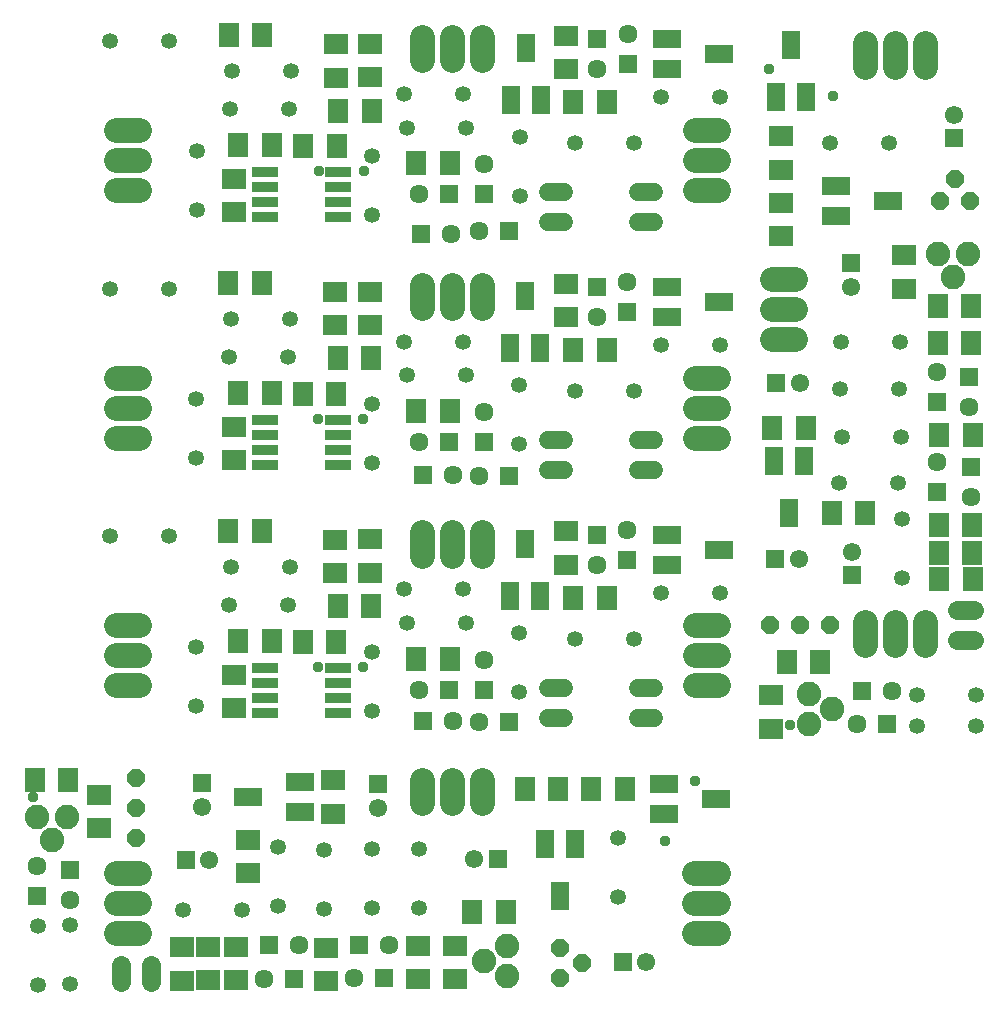
<source format=gbr>
G04 EAGLE Gerber X2 export*
%TF.Part,Single*%
%TF.FileFunction,Soldermask,Top,1*%
%TF.FilePolarity,Positive*%
%TF.GenerationSoftware,Autodesk,EAGLE,9.2.2*%
%TF.CreationDate,2019-03-12T14:11:56Z*%
G75*
%MOMM*%
%FSLAX34Y34*%
%LPD*%
%INSoldermask Top*%
%AMOC8*
5,1,8,0,0,1.08239X$1,22.5*%
G01*
%ADD10C,1.346200*%
%ADD11R,2.235200X0.863600*%
%ADD12R,2.006200X1.803200*%
%ADD13R,1.803200X2.006200*%
%ADD14C,1.611200*%
%ADD15R,1.611200X1.611200*%
%ADD16R,2.387600X1.524000*%
%ADD17C,2.159000*%
%ADD18C,1.524000*%
%ADD19R,1.524000X2.387600*%
%ADD20R,1.553200X1.553200*%
%ADD21C,1.553200*%
%ADD22C,2.082800*%
%ADD23P,1.649562X8X292.500000*%
%ADD24P,1.649562X8X112.500000*%
%ADD25C,1.625600*%
%ADD26P,1.649562X8X22.500000*%
%ADD27P,1.649562X8X202.500000*%
%ADD28C,0.959600*%


D10*
X334608Y899073D03*
X384608Y899073D03*
X305008Y874973D03*
X305008Y824973D03*
X235808Y946973D03*
X185808Y946973D03*
X132808Y972573D03*
X82808Y972573D03*
X381808Y927773D03*
X331808Y927773D03*
X234008Y914973D03*
X184008Y914973D03*
X156308Y878973D03*
X156308Y828973D03*
D11*
X275742Y823523D03*
X214274Y823523D03*
X275742Y836223D03*
X275742Y848923D03*
X214274Y836223D03*
X214274Y848923D03*
X275742Y861623D03*
X214274Y861623D03*
D12*
X303023Y941637D03*
X303023Y970077D03*
X273950Y969877D03*
X273950Y941437D03*
D13*
X211728Y977073D03*
X183288Y977073D03*
X304228Y913422D03*
X275788Y913422D03*
D12*
X188108Y855693D03*
X188108Y827253D03*
D13*
X370728Y869273D03*
X342288Y869273D03*
X191488Y884473D03*
X219928Y884473D03*
D14*
X371408Y809273D03*
D15*
X346008Y809273D03*
D14*
X344308Y842773D03*
D15*
X369708Y842773D03*
D14*
X399319Y868325D03*
D15*
X399319Y842925D03*
D14*
X395508Y811473D03*
D15*
X420908Y811473D03*
D16*
X554608Y973903D03*
X598608Y961173D03*
X554608Y948443D03*
D13*
X503599Y920751D03*
X475159Y920751D03*
D14*
X521108Y977973D03*
D15*
X521108Y952573D03*
D14*
X495508Y948573D03*
D15*
X495508Y973973D03*
D17*
X577967Y897304D02*
X597525Y897304D01*
X597525Y871904D02*
X577967Y871904D01*
X577967Y846504D02*
X597525Y846504D01*
X107525Y897304D02*
X87967Y897304D01*
X87967Y871904D02*
X107525Y871904D01*
X107525Y846504D02*
X87967Y846504D01*
X346946Y956443D02*
X346946Y976001D01*
X372346Y976001D02*
X372346Y956443D01*
X397746Y956443D02*
X397746Y976001D01*
D10*
X476501Y886102D03*
X526501Y886102D03*
D13*
X274661Y883509D03*
X246221Y883509D03*
D18*
X530159Y818797D02*
X543367Y818797D01*
X543367Y844197D02*
X530159Y844197D01*
X467167Y844197D02*
X453959Y844197D01*
X453959Y818797D02*
X467167Y818797D01*
D19*
X421895Y922251D03*
X434625Y966251D03*
X447355Y922251D03*
D12*
X468833Y948451D03*
X468833Y976891D03*
D10*
X429550Y891078D03*
X429550Y841078D03*
X549650Y924990D03*
X599650Y924990D03*
X334315Y689228D03*
X384315Y689228D03*
X304715Y665128D03*
X304715Y615128D03*
X235515Y737128D03*
X185515Y737128D03*
X132515Y762728D03*
X82515Y762728D03*
X381515Y717928D03*
X331515Y717928D03*
X233715Y705128D03*
X183715Y705128D03*
X156015Y669128D03*
X156015Y619128D03*
D11*
X275449Y613678D03*
X213981Y613678D03*
X275449Y626378D03*
X275449Y639078D03*
X213981Y626378D03*
X213981Y639078D03*
X275449Y651778D03*
X213981Y651778D03*
D12*
X302730Y731791D03*
X302730Y760231D03*
X273657Y760032D03*
X273657Y731592D03*
D13*
X211435Y767228D03*
X182995Y767228D03*
X303935Y703577D03*
X275495Y703577D03*
D12*
X187815Y645848D03*
X187815Y617408D03*
D13*
X370435Y659428D03*
X341995Y659428D03*
X191195Y674628D03*
X219635Y674628D03*
D14*
X372891Y605111D03*
D15*
X347491Y605111D03*
D14*
X344015Y632928D03*
D15*
X369415Y632928D03*
D14*
X399026Y658479D03*
D15*
X399026Y633079D03*
D14*
X395570Y604469D03*
D15*
X420970Y604469D03*
D16*
X554315Y764058D03*
X598315Y751328D03*
X554315Y738598D03*
D13*
X503307Y710905D03*
X474867Y710905D03*
D14*
X520815Y768128D03*
D15*
X520815Y742728D03*
D14*
X495215Y738728D03*
D15*
X495215Y764128D03*
D17*
X577674Y687458D02*
X597232Y687458D01*
X597232Y662058D02*
X577674Y662058D01*
X577674Y636658D02*
X597232Y636658D01*
X107232Y687458D02*
X87674Y687458D01*
X87674Y662058D02*
X107232Y662058D01*
X107232Y636658D02*
X87674Y636658D01*
X346653Y746597D02*
X346653Y766155D01*
X372053Y766155D02*
X372053Y746597D01*
X397453Y746597D02*
X397453Y766155D01*
D10*
X476208Y676256D03*
X526208Y676256D03*
D13*
X274368Y673663D03*
X245928Y673663D03*
D18*
X529867Y608952D02*
X543075Y608952D01*
X543075Y634352D02*
X529867Y634352D01*
X466875Y634352D02*
X453667Y634352D01*
X453667Y608952D02*
X466875Y608952D01*
D19*
X421602Y712405D03*
X434332Y756405D03*
X447062Y712405D03*
D12*
X468540Y738605D03*
X468540Y767045D03*
D10*
X429258Y681232D03*
X429258Y631232D03*
X549357Y715145D03*
X599357Y715145D03*
X334315Y479350D03*
X384315Y479350D03*
X304715Y455250D03*
X304715Y405250D03*
X235515Y527250D03*
X185515Y527250D03*
X132515Y552850D03*
X82515Y552850D03*
X381515Y508050D03*
X331515Y508050D03*
X233715Y495250D03*
X183715Y495250D03*
X156015Y459250D03*
X156015Y409250D03*
D11*
X275449Y403800D03*
X213981Y403800D03*
X275449Y416500D03*
X275449Y429200D03*
X213981Y416500D03*
X213981Y429200D03*
X275449Y441900D03*
X213981Y441900D03*
D12*
X302729Y521914D03*
X302729Y550354D03*
X273656Y550154D03*
X273656Y521714D03*
D13*
X211435Y557350D03*
X182995Y557350D03*
X303935Y493699D03*
X275495Y493699D03*
D12*
X187815Y435970D03*
X187815Y407530D03*
D13*
X370435Y449550D03*
X341995Y449550D03*
X191195Y464750D03*
X219635Y464750D03*
D14*
X373246Y396371D03*
D15*
X347846Y396371D03*
D14*
X344015Y423050D03*
D15*
X369415Y423050D03*
D14*
X399026Y448602D03*
D15*
X399026Y423202D03*
D14*
X395215Y396189D03*
D15*
X420615Y396189D03*
D16*
X554315Y554180D03*
X598315Y541450D03*
X554315Y528720D03*
D13*
X503306Y501028D03*
X474866Y501028D03*
D14*
X520815Y558250D03*
D15*
X520815Y532850D03*
D14*
X495215Y528850D03*
D15*
X495215Y554250D03*
D17*
X577673Y477581D02*
X597231Y477581D01*
X597231Y452181D02*
X577673Y452181D01*
X577673Y426781D02*
X597231Y426781D01*
X107231Y477581D02*
X87673Y477581D01*
X87673Y452181D02*
X107231Y452181D01*
X107231Y426781D02*
X87673Y426781D01*
X346652Y536720D02*
X346652Y556278D01*
X372052Y556278D02*
X372052Y536720D01*
X397452Y536720D02*
X397452Y556278D01*
D10*
X476208Y466379D03*
X526208Y466379D03*
D13*
X274368Y463786D03*
X245928Y463786D03*
D18*
X529866Y399074D02*
X543074Y399074D01*
X543074Y424474D02*
X529866Y424474D01*
X466874Y424474D02*
X453666Y424474D01*
X453666Y399074D02*
X466874Y399074D01*
D19*
X421601Y502528D03*
X434331Y546528D03*
X447061Y502528D03*
D12*
X468540Y528727D03*
X468540Y557167D03*
D10*
X429257Y471354D03*
X429257Y421354D03*
X549357Y505267D03*
X599357Y505267D03*
D16*
X552016Y343237D03*
X596016Y330507D03*
X552016Y317777D03*
D10*
X513151Y247394D03*
X513151Y297394D03*
D13*
X462368Y339237D03*
X433928Y339237D03*
D20*
X411086Y279825D03*
D21*
X391086Y279825D03*
D22*
X418629Y180688D03*
X399579Y193388D03*
X418629Y206088D03*
D23*
X463463Y179243D03*
X482513Y191943D03*
X463463Y204643D03*
D20*
X516963Y192424D03*
D21*
X536963Y192424D03*
D13*
X389684Y235106D03*
X418124Y235106D03*
D12*
X374500Y177898D03*
X374500Y206338D03*
D10*
X344253Y238180D03*
X344253Y288180D03*
D12*
X189513Y205549D03*
X189513Y177109D03*
D10*
X264305Y287698D03*
X264305Y237698D03*
D14*
X213338Y178235D03*
D15*
X238738Y178235D03*
D14*
X242532Y206818D03*
D15*
X217132Y206818D03*
D20*
X309574Y343233D03*
D21*
X309574Y323233D03*
D12*
X271540Y346431D03*
X271540Y317991D03*
D16*
X244002Y319219D03*
X200002Y331949D03*
X244002Y344679D03*
D24*
X104482Y348591D03*
X104482Y323191D03*
X104482Y297791D03*
D22*
X46650Y315073D03*
X33950Y296023D03*
X21250Y315073D03*
D20*
X146837Y278918D03*
D21*
X166837Y278918D03*
D12*
X343460Y177898D03*
X343460Y206338D03*
X166082Y205549D03*
X166082Y177109D03*
D13*
X19011Y346899D03*
X47451Y346899D03*
D12*
X199556Y296026D03*
X199556Y267586D03*
X73656Y305686D03*
X73656Y334126D03*
X143605Y176583D03*
X143605Y205023D03*
D14*
X48703Y245267D03*
D15*
X48703Y270667D03*
D14*
X21130Y274211D03*
D15*
X21130Y248811D03*
D10*
X21866Y173273D03*
X21866Y223273D03*
D20*
X160336Y343951D03*
D21*
X160336Y323951D03*
D10*
X224956Y290106D03*
X224956Y240106D03*
X194826Y236806D03*
X144826Y236806D03*
X304429Y238661D03*
X304429Y288661D03*
D14*
X289538Y179418D03*
D15*
X314938Y179418D03*
D14*
X318938Y206789D03*
D15*
X293538Y206789D03*
D13*
X490136Y339237D03*
X518576Y339237D03*
D12*
X265713Y204761D03*
X265713Y176321D03*
D17*
X577627Y267738D02*
X597185Y267738D01*
X597185Y242338D02*
X577627Y242338D01*
X577627Y216938D02*
X597185Y216938D01*
X107185Y267738D02*
X87627Y267738D01*
X87627Y242338D02*
X107185Y242338D01*
X107185Y216938D02*
X87627Y216938D01*
X346606Y326877D02*
X346606Y346435D01*
X372006Y346435D02*
X372006Y326877D01*
X397406Y326877D02*
X397406Y346435D01*
D19*
X476386Y292106D03*
X463656Y248106D03*
X450926Y292106D03*
D10*
X48507Y173788D03*
X48507Y223788D03*
D25*
X92080Y189684D02*
X92080Y175460D01*
X117480Y175460D02*
X117480Y189684D01*
D19*
X646599Y925122D03*
X659329Y969122D03*
X672059Y925122D03*
D10*
X742441Y886257D03*
X692441Y886257D03*
D12*
X650598Y835474D03*
X650598Y807034D03*
D20*
X710010Y784192D03*
D21*
X710010Y764192D03*
D22*
X809148Y791735D03*
X796448Y772685D03*
X783748Y791735D03*
D26*
X810593Y836569D03*
X797893Y855619D03*
X785193Y836569D03*
D20*
X797411Y890069D03*
D21*
X797411Y910069D03*
D12*
X754729Y762790D03*
X754729Y791230D03*
D13*
X811938Y747606D03*
X783498Y747606D03*
D10*
X751656Y717359D03*
X701656Y717359D03*
D13*
X784286Y562619D03*
X812726Y562619D03*
D10*
X702137Y637411D03*
X752137Y637411D03*
D14*
X811601Y586444D03*
D15*
X811601Y611844D03*
D14*
X783018Y615638D03*
D15*
X783018Y590238D03*
D20*
X646603Y682681D03*
D21*
X666603Y682681D03*
D13*
X643405Y644646D03*
X671845Y644646D03*
D19*
X670616Y617109D03*
X657886Y573109D03*
X645156Y617109D03*
D27*
X641244Y477588D03*
X666644Y477588D03*
X692044Y477588D03*
D22*
X674763Y419756D03*
X693813Y407056D03*
X674763Y394356D03*
D20*
X710918Y519943D03*
D21*
X710918Y539943D03*
D13*
X811938Y716566D03*
X783498Y716566D03*
X784286Y539188D03*
X812726Y539188D03*
D12*
X642729Y389842D03*
X642729Y418282D03*
D13*
X693809Y572662D03*
X722249Y572662D03*
X684149Y446762D03*
X655709Y446762D03*
X813253Y516711D03*
X784813Y516711D03*
D14*
X744569Y421809D03*
D15*
X719169Y421809D03*
D14*
X715625Y394236D03*
D15*
X741025Y394236D03*
D10*
X816355Y392284D03*
X766355Y392284D03*
D20*
X645884Y533443D03*
D21*
X665884Y533443D03*
D10*
X699729Y598062D03*
X749729Y598062D03*
X753029Y567933D03*
X753029Y517933D03*
X751174Y677535D03*
X701174Y677535D03*
D14*
X810418Y662644D03*
D15*
X810418Y688044D03*
D14*
X783047Y692044D03*
D15*
X783047Y666644D03*
D12*
X650598Y863242D03*
X650598Y891682D03*
D13*
X785075Y638819D03*
X813515Y638819D03*
D17*
X722097Y950733D02*
X722097Y970291D01*
X747497Y970291D02*
X747497Y950733D01*
X772897Y950733D02*
X772897Y970291D01*
X722097Y480291D02*
X722097Y460733D01*
X747497Y460733D02*
X747497Y480291D01*
X772897Y480291D02*
X772897Y460733D01*
X662958Y719712D02*
X643400Y719712D01*
X643400Y745112D02*
X662958Y745112D01*
X662958Y770512D02*
X643400Y770512D01*
D16*
X697729Y849492D03*
X741729Y836762D03*
X697729Y824032D03*
D10*
X816047Y418304D03*
X766047Y418304D03*
D25*
X800152Y465187D02*
X814376Y465187D01*
X814376Y490587D02*
X800152Y490587D01*
D28*
X259552Y862181D03*
X297652Y862181D03*
X259259Y652335D03*
X297359Y652335D03*
X259259Y442458D03*
X297359Y442458D03*
X17355Y331974D03*
X552441Y294997D03*
X577750Y345834D03*
X658542Y393210D03*
X694838Y925548D03*
X640350Y948487D03*
M02*

</source>
